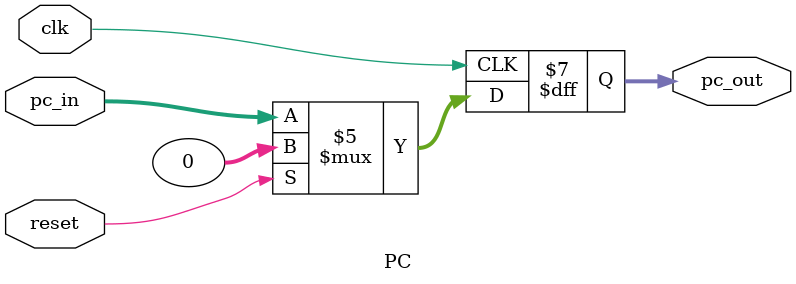
<source format=sv>
`timescale 1ns / 1ps

module PC(
	input clk,
	input reset, //reset
    input [31:0] pc_in,
    output reg [31:0] pc_out
    );

initial begin
	pc_out<=0;
	end
	
always @(posedge clk)      //Assigns pc_out equal to pc_in at every clock cycle
	begin
		if(reset==1)
		begin
			pc_out<=0;
		end
		else
		begin
			pc_out<=pc_in;
		end          
	end

endmodule
</source>
